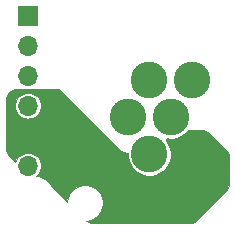
<source format=gbl>
G04 #@! TF.GenerationSoftware,KiCad,Pcbnew,5.1.4+dfsg1-1*
G04 #@! TF.CreationDate,2020-04-13T00:01:02+02:00*
G04 #@! TF.ProjectId,C245_conn,43323435-5f63-46f6-9e6e-2e6b69636164,rev?*
G04 #@! TF.SameCoordinates,Original*
G04 #@! TF.FileFunction,Copper,L2,Bot*
G04 #@! TF.FilePolarity,Positive*
%FSLAX46Y46*%
G04 Gerber Fmt 4.6, Leading zero omitted, Abs format (unit mm)*
G04 Created by KiCad (PCBNEW 5.1.4+dfsg1-1) date 2020-04-13 00:01:02*
%MOMM*%
%LPD*%
G04 APERTURE LIST*
%ADD10O,1.700000X1.700000*%
%ADD11R,1.700000X1.700000*%
%ADD12C,3.100000*%
%ADD13C,0.800000*%
%ADD14C,0.100000*%
G04 APERTURE END LIST*
D10*
X87900000Y-104600000D03*
X87900000Y-102060000D03*
X87900000Y-99520000D03*
X87900000Y-96980000D03*
X87900000Y-94440000D03*
D11*
X87900000Y-91900000D03*
D12*
X101800000Y-97350000D03*
X98200000Y-97350000D03*
X101800000Y-103650000D03*
X98200000Y-103650000D03*
X96400000Y-100500000D03*
X100000000Y-100500000D03*
D13*
X92000000Y-101000000D03*
X91000000Y-101000000D03*
X90000000Y-101000000D03*
X90500000Y-102000000D03*
X91500000Y-102000000D03*
X92500000Y-102000000D03*
X93500000Y-102000000D03*
D14*
G36*
X93218257Y-100780764D02*
G01*
X93254243Y-100824613D01*
X93258488Y-100821129D01*
X95671693Y-103242403D01*
X95675387Y-103245757D01*
X95826923Y-103370120D01*
X95835073Y-103375566D01*
X96007960Y-103467976D01*
X96017016Y-103471727D01*
X96204609Y-103528632D01*
X96214222Y-103530544D01*
X96400000Y-103548842D01*
X96400000Y-103827284D01*
X96469173Y-104175041D01*
X96604861Y-104502620D01*
X96801849Y-104797433D01*
X97052567Y-105048151D01*
X97347380Y-105245139D01*
X97674959Y-105380827D01*
X98022716Y-105450000D01*
X98377284Y-105450000D01*
X98725041Y-105380827D01*
X99052620Y-105245139D01*
X99347433Y-105048151D01*
X99598151Y-104797433D01*
X99795139Y-104502620D01*
X99930827Y-104175041D01*
X100000000Y-103827284D01*
X100000000Y-103472716D01*
X99930827Y-103124959D01*
X99795139Y-102797380D01*
X99598151Y-102502567D01*
X99569129Y-102473545D01*
X99670991Y-102269820D01*
X99822716Y-102300000D01*
X100177284Y-102300000D01*
X100525041Y-102230827D01*
X100852620Y-102095139D01*
X101147433Y-101898151D01*
X101398151Y-101647433D01*
X101463254Y-101550000D01*
X102583332Y-101550000D01*
X102771075Y-101568491D01*
X102949243Y-101622537D01*
X103113445Y-101710305D01*
X103259277Y-101829987D01*
X104670013Y-103240723D01*
X104789695Y-103386555D01*
X104877463Y-103550757D01*
X104931509Y-103728925D01*
X104950000Y-103916668D01*
X104950000Y-106083332D01*
X104931509Y-106271075D01*
X104877463Y-106449243D01*
X104789695Y-106613445D01*
X104670013Y-106759277D01*
X102259277Y-109170013D01*
X102113445Y-109289695D01*
X101949243Y-109377463D01*
X101771075Y-109431509D01*
X101583332Y-109450000D01*
X93416668Y-109450000D01*
X93228925Y-109431509D01*
X93050757Y-109377463D01*
X92886555Y-109289695D01*
X92838187Y-109250000D01*
X92897737Y-109250000D01*
X93187534Y-109192356D01*
X93460517Y-109079283D01*
X93706194Y-108915126D01*
X93915126Y-108706194D01*
X94079283Y-108460517D01*
X94192356Y-108187534D01*
X94250000Y-107897737D01*
X94250000Y-107602263D01*
X94192356Y-107312466D01*
X94079283Y-107039483D01*
X93915126Y-106793806D01*
X93706194Y-106584874D01*
X93460517Y-106420717D01*
X93187534Y-106307644D01*
X92897737Y-106250000D01*
X92602263Y-106250000D01*
X92312466Y-106307644D01*
X92039483Y-106420717D01*
X91793806Y-106584874D01*
X91584874Y-106793806D01*
X91420717Y-107039483D01*
X91307644Y-107312466D01*
X91250000Y-107602263D01*
X91250000Y-107679290D01*
X89328248Y-105757538D01*
X89324613Y-105754243D01*
X89173077Y-105629880D01*
X89164927Y-105624434D01*
X88992040Y-105532024D01*
X88982984Y-105528273D01*
X88795391Y-105471368D01*
X88785778Y-105469456D01*
X88597144Y-105450877D01*
X88681581Y-105381581D01*
X88819042Y-105214084D01*
X88921184Y-105022988D01*
X88984084Y-104815638D01*
X89005322Y-104600000D01*
X88984084Y-104384362D01*
X88921184Y-104177012D01*
X88819042Y-103985916D01*
X88681581Y-103818419D01*
X88514084Y-103680958D01*
X88322988Y-103578816D01*
X88115638Y-103515916D01*
X87954036Y-103500000D01*
X87845964Y-103500000D01*
X87684362Y-103515916D01*
X87477012Y-103578816D01*
X87285916Y-103680958D01*
X87118419Y-103818419D01*
X86980958Y-103985916D01*
X86878816Y-104177012D01*
X86848304Y-104277594D01*
X86329987Y-103759277D01*
X86210305Y-103613445D01*
X86122537Y-103449243D01*
X86075000Y-103292533D01*
X86075000Y-99520000D01*
X86794678Y-99520000D01*
X86815916Y-99735638D01*
X86878816Y-99942988D01*
X86980958Y-100134084D01*
X87118419Y-100301581D01*
X87285916Y-100439042D01*
X87477012Y-100541184D01*
X87684362Y-100604084D01*
X87845964Y-100620000D01*
X87954036Y-100620000D01*
X88115638Y-100604084D01*
X88322988Y-100541184D01*
X88514084Y-100439042D01*
X88681581Y-100301581D01*
X88819042Y-100134084D01*
X88921184Y-99942988D01*
X88984084Y-99735638D01*
X89005322Y-99520000D01*
X88984084Y-99304362D01*
X88921184Y-99097012D01*
X88819042Y-98905916D01*
X88681581Y-98738419D01*
X88514084Y-98600958D01*
X88322988Y-98498816D01*
X88115638Y-98435916D01*
X87954036Y-98420000D01*
X87845964Y-98420000D01*
X87684362Y-98435916D01*
X87477012Y-98498816D01*
X87285916Y-98600958D01*
X87118419Y-98738419D01*
X86980958Y-98905916D01*
X86878816Y-99097012D01*
X86815916Y-99304362D01*
X86794678Y-99520000D01*
X86075000Y-99520000D01*
X86075000Y-98843254D01*
X86122537Y-98686544D01*
X86210303Y-98522345D01*
X86328420Y-98378420D01*
X86472345Y-98260303D01*
X86636544Y-98172537D01*
X86814712Y-98118491D01*
X87002454Y-98100000D01*
X90546426Y-98100000D01*
X93218257Y-100780764D01*
X93218257Y-100780764D01*
G37*
X93218257Y-100780764D02*
X93254243Y-100824613D01*
X93258488Y-100821129D01*
X95671693Y-103242403D01*
X95675387Y-103245757D01*
X95826923Y-103370120D01*
X95835073Y-103375566D01*
X96007960Y-103467976D01*
X96017016Y-103471727D01*
X96204609Y-103528632D01*
X96214222Y-103530544D01*
X96400000Y-103548842D01*
X96400000Y-103827284D01*
X96469173Y-104175041D01*
X96604861Y-104502620D01*
X96801849Y-104797433D01*
X97052567Y-105048151D01*
X97347380Y-105245139D01*
X97674959Y-105380827D01*
X98022716Y-105450000D01*
X98377284Y-105450000D01*
X98725041Y-105380827D01*
X99052620Y-105245139D01*
X99347433Y-105048151D01*
X99598151Y-104797433D01*
X99795139Y-104502620D01*
X99930827Y-104175041D01*
X100000000Y-103827284D01*
X100000000Y-103472716D01*
X99930827Y-103124959D01*
X99795139Y-102797380D01*
X99598151Y-102502567D01*
X99569129Y-102473545D01*
X99670991Y-102269820D01*
X99822716Y-102300000D01*
X100177284Y-102300000D01*
X100525041Y-102230827D01*
X100852620Y-102095139D01*
X101147433Y-101898151D01*
X101398151Y-101647433D01*
X101463254Y-101550000D01*
X102583332Y-101550000D01*
X102771075Y-101568491D01*
X102949243Y-101622537D01*
X103113445Y-101710305D01*
X103259277Y-101829987D01*
X104670013Y-103240723D01*
X104789695Y-103386555D01*
X104877463Y-103550757D01*
X104931509Y-103728925D01*
X104950000Y-103916668D01*
X104950000Y-106083332D01*
X104931509Y-106271075D01*
X104877463Y-106449243D01*
X104789695Y-106613445D01*
X104670013Y-106759277D01*
X102259277Y-109170013D01*
X102113445Y-109289695D01*
X101949243Y-109377463D01*
X101771075Y-109431509D01*
X101583332Y-109450000D01*
X93416668Y-109450000D01*
X93228925Y-109431509D01*
X93050757Y-109377463D01*
X92886555Y-109289695D01*
X92838187Y-109250000D01*
X92897737Y-109250000D01*
X93187534Y-109192356D01*
X93460517Y-109079283D01*
X93706194Y-108915126D01*
X93915126Y-108706194D01*
X94079283Y-108460517D01*
X94192356Y-108187534D01*
X94250000Y-107897737D01*
X94250000Y-107602263D01*
X94192356Y-107312466D01*
X94079283Y-107039483D01*
X93915126Y-106793806D01*
X93706194Y-106584874D01*
X93460517Y-106420717D01*
X93187534Y-106307644D01*
X92897737Y-106250000D01*
X92602263Y-106250000D01*
X92312466Y-106307644D01*
X92039483Y-106420717D01*
X91793806Y-106584874D01*
X91584874Y-106793806D01*
X91420717Y-107039483D01*
X91307644Y-107312466D01*
X91250000Y-107602263D01*
X91250000Y-107679290D01*
X89328248Y-105757538D01*
X89324613Y-105754243D01*
X89173077Y-105629880D01*
X89164927Y-105624434D01*
X88992040Y-105532024D01*
X88982984Y-105528273D01*
X88795391Y-105471368D01*
X88785778Y-105469456D01*
X88597144Y-105450877D01*
X88681581Y-105381581D01*
X88819042Y-105214084D01*
X88921184Y-105022988D01*
X88984084Y-104815638D01*
X89005322Y-104600000D01*
X88984084Y-104384362D01*
X88921184Y-104177012D01*
X88819042Y-103985916D01*
X88681581Y-103818419D01*
X88514084Y-103680958D01*
X88322988Y-103578816D01*
X88115638Y-103515916D01*
X87954036Y-103500000D01*
X87845964Y-103500000D01*
X87684362Y-103515916D01*
X87477012Y-103578816D01*
X87285916Y-103680958D01*
X87118419Y-103818419D01*
X86980958Y-103985916D01*
X86878816Y-104177012D01*
X86848304Y-104277594D01*
X86329987Y-103759277D01*
X86210305Y-103613445D01*
X86122537Y-103449243D01*
X86075000Y-103292533D01*
X86075000Y-99520000D01*
X86794678Y-99520000D01*
X86815916Y-99735638D01*
X86878816Y-99942988D01*
X86980958Y-100134084D01*
X87118419Y-100301581D01*
X87285916Y-100439042D01*
X87477012Y-100541184D01*
X87684362Y-100604084D01*
X87845964Y-100620000D01*
X87954036Y-100620000D01*
X88115638Y-100604084D01*
X88322988Y-100541184D01*
X88514084Y-100439042D01*
X88681581Y-100301581D01*
X88819042Y-100134084D01*
X88921184Y-99942988D01*
X88984084Y-99735638D01*
X89005322Y-99520000D01*
X88984084Y-99304362D01*
X88921184Y-99097012D01*
X88819042Y-98905916D01*
X88681581Y-98738419D01*
X88514084Y-98600958D01*
X88322988Y-98498816D01*
X88115638Y-98435916D01*
X87954036Y-98420000D01*
X87845964Y-98420000D01*
X87684362Y-98435916D01*
X87477012Y-98498816D01*
X87285916Y-98600958D01*
X87118419Y-98738419D01*
X86980958Y-98905916D01*
X86878816Y-99097012D01*
X86815916Y-99304362D01*
X86794678Y-99520000D01*
X86075000Y-99520000D01*
X86075000Y-98843254D01*
X86122537Y-98686544D01*
X86210303Y-98522345D01*
X86328420Y-98378420D01*
X86472345Y-98260303D01*
X86636544Y-98172537D01*
X86814712Y-98118491D01*
X87002454Y-98100000D01*
X90546426Y-98100000D01*
X93218257Y-100780764D01*
M02*

</source>
